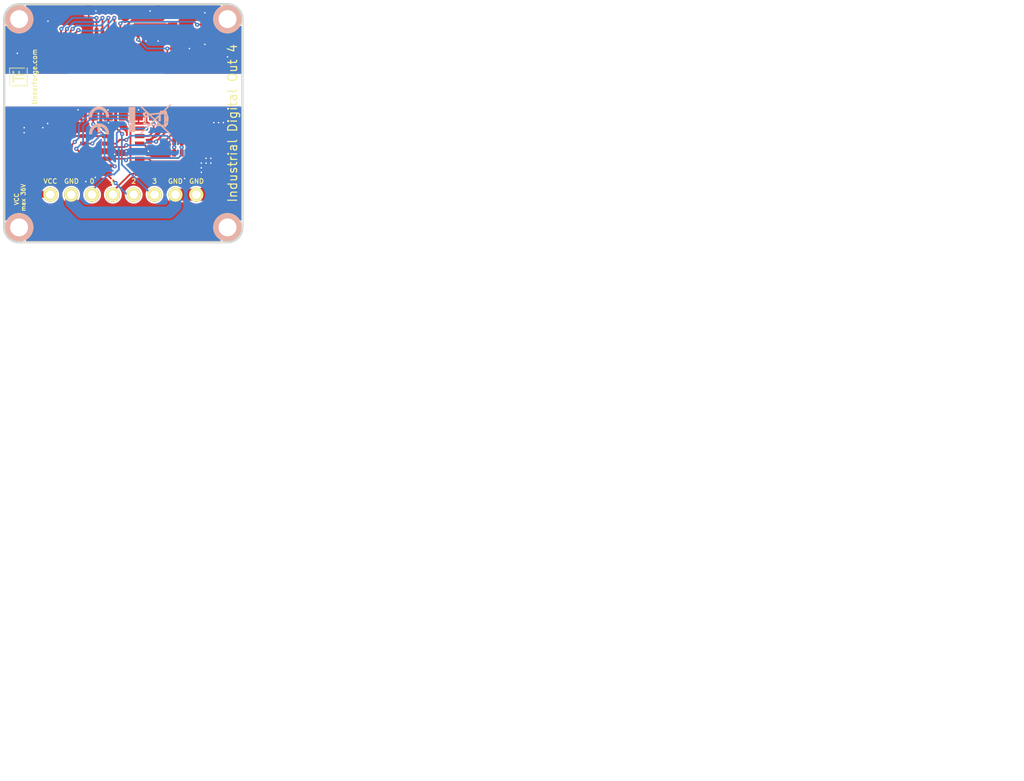
<source format=kicad_pcb>
(kicad_pcb (version 20221018) (generator pcbnew)
  (title_block (date "14 jan 2013"))
  (layers (0 "F.Cu" signal "Front") (31 "B.Cu" signal "Back") (34 "B.Paste" user) (35 "F.Paste" user) (36 "B.SilkS" user "B.Silkscreen") (37 "F.SilkS" user "F.Silkscreen") (38 "B.Mask" user) (39 "F.Mask" user) (44 "Edge.Cuts" user))
  (net 0 "")
  (net 1 "3V3")
  (net 2 "AGND")
  (net 3 "GND")
  (net 4 "OUTPUT1")
  (net 5 "OUTPUT2")
  (net 6 "OUTPUT3")
  (net 7 "OUTPUT4")
  (net 8 "VPP")
  (net 9 "Net-(D1-Pad2)")
  (net 10 "Net-(P1-Pad1)")
  (net 11 "Net-(P1-Pad4)")
  (net 12 "Net-(P1-Pad5)")
  (net 13 "Net-(P1-Pad6)")
  (net 14 "Net-(P2-Pad2)")
  (net 15 "Net-(P2-Pad3)")
  (net 16 "Net-(P2-Pad4)")
  (net 17 "Net-(P2-Pad5)")
  (net 18 "Net-(P2-Pad6)")
  (net 19 "Net-(RP1-Pad5)")
  (net 20 "Net-(RP1-Pad6)")
  (net 21 "Net-(RP1-Pad7)")
  (net 22 "Net-(RP1-Pad8)")
  (net 23 "Net-(RP2-Pad1)")
  (net 24 "Net-(RP2-Pad2)")
  (net 25 "Net-(RP2-Pad3)")
  (net 26 "Net-(RP2-Pad4)")
  (net 27 "Net-(RP3-Pad1)")
  (net 28 "Net-(RP3-Pad2)")
  (net 29 "Net-(RP3-Pad3)")
  (net 30 "Net-(RP3-Pad4)")
  (net 31 "Net-(U1-Pad7)")
  (footprint "kicad-libraries:SOIC8" (layer "F.Cu") (at 128.80086 42.1005 90)
    (fp_text reference "U1")
    (fp_text value "M24C64")
  )
  (footprint "kicad-libraries:OQ_8P" (layer "F.Cu") (at 117.80012 70.05066)
    (fp_text reference "P2")
    (fp_text value "Digital Output")
  )
  (footprint "kicad-libraries:OPTO-SMD16" (layer "F.Cu") (at 114.00028 52.44846 180)
    (fp_text reference "U2")
    (fp_text value "LTV846S")
  )
  (footprint "kicad-libraries:SOP14" (layer "F.Cu") (at 117.80012 62.74816 -90)
    (fp_text reference "U3")
    (fp_text value "OPA4171AIDR")
  )
  (footprint "kicad-libraries:DRILL_NP" (layer "F.Cu") (at 135.30072 40.5511)
    (fp_text reference "U4" hide)
    (fp_text value "DRILL" hide)
  )
  (footprint "kicad-libraries:DRILL_NP" (layer "F.Cu") (at 135.30072 75.54976)
    (fp_text reference "U5" hide)
    (fp_text value "DRILL" hide)
  )
  (footprint "kicad-libraries:DRILL_NP" (layer "F.Cu") (at 100.29952 75.54976)
    (fp_text reference "U6" hide)
    (fp_text value "DRILL" hide)
  )
  (footprint "kicad-libraries:CON-SENSOR" (layer "F.Cu") (at 117.80012 38.0492 180)
    (fp_text reference "P1")
    (fp_text value "CON-SENSOR")
  )
  (footprint "kicad-libraries:0603X4" (layer "F.Cu") (at 108.54944 44.15028)
    (fp_text reference "RP1")
    (fp_text value "1k")
  )
  (footprint "kicad-libraries:MiniMelf" (layer "F.Cu") (at 133.79958 60.84824 90)
    (fp_text reference "D1")
    (fp_text value "Z12V")
  )
  (footprint "kicad-libraries:ELKO_83" (layer "F.Cu") (at 102.69982 62.29858 -90)
    (fp_text reference "C3")
    (fp_text value "68µF/50V")
  )
  (footprint "kicad-libraries:DRILL_NP" (layer "F.Cu") (at 100.29952 40.54856)
    (fp_text reference "U7" hide)
    (fp_text value "DRILL" hide)
  )
  (footprint "kicad-libraries:1206X4" (layer "F.Cu") (at 109.5502 62.09792 90)
    (fp_text reference "RP2")
    (fp_text value "12k")
  )
  (footprint "kicad-libraries:1206X4" (layer "F.Cu") (at 128.24968 59.5503)
    (fp_text reference "RP3")
    (fp_text value "10k")
  )
  (footprint "kicad-libraries:1206X4" (layer "F.Cu") (at 128.24968 64.64808)
    (fp_text reference "RP4")
    (fp_text value "10k")
  )
  (footprint "kicad-libraries:SOT23GDS" (layer "F.Cu") (at 133.4008 66.74866)
    (fp_text reference "Q1")
    (fp_text value "FDN5630")
  )
  (footprint "kicad-libraries:Fiducial_Mark" (layer "F.Cu") (at 99.3013 68.04914)
    (fp_text reference "Fiducial_Mark" hide)
    (fp_text value "VAL**" hide)
  )
  (footprint "kicad-libraries:Fiducial_Mark" (layer "F.Cu") (at 133.79958 44.04868)
    (fp_text reference "Fiducial_Mark" hide)
    (fp_text value "VAL**" hide)
  )
  (footprint "kicad-libraries:Logo_31x31" (layer "F.Cu") (at 98.60026 51.84902 90)
    (fp_text reference "G***" hide)
    (fp_text value "Logo_31x31" hide)
  )
  (footprint "kicad-libraries:C0603" (layer "F.Cu") (at 126.90094 45.49902)
    (fp_text reference "C1")
    (fp_text value "100nF")
  )
  (footprint "kicad-libraries:C0805" (layer "F.Cu") (at 113.05032 65.19926 -90)
    (fp_text reference "C2")
    (fp_text value "100nF")
  )
  (footprint "kicad-libraries:R0603" (layer "F.Cu") (at 131.89966 61.74994 -90)
    (fp_text reference "R1")
    (fp_text value "100k")
  )
  (footprint "kicad-libraries:WEEE_7mm" (layer "B.Cu") (at 122.275 57.425 90)
    (fp_text reference "VAL" hide)
    (fp_text value "WEEE_7mm" hide)
  )
  (footprint "kicad-libraries:CE_5mm" (layer "B.Cu") (at 113.725 57.625 -90)
    (fp_text reference "VAL" hide)
    (fp_text value "CE_5mm" hide)
  )
  (gr_arc (start 97.80016 40.5511) (mid 98.532206 38.783786) (end 100.29952 38.05174) (stroke (width 0.381)) (layer "Edge.Cuts"))
  (gr_arc (start 100.29952 78.04912) (mid 98.532206 77.317074) (end 97.80016 75.54976) (stroke (width 0.381)) (layer "Edge.Cuts"))
  (gr_line (start 97.80016 40.5511) (end 97.80016 75.54976) (stroke (width 0.381)) (layer "Edge.Cuts"))
  (gr_line (start 135.30072 38.0492) (end 100.29952 38.0492) (stroke (width 0.381)) (layer "Edge.Cuts"))
  (gr_arc (start 135.29818 38.0492) (mid 137.06729 38.78199) (end 137.80008 40.5511) (stroke (width 0.381)) (layer "Edge.Cuts"))
  (gr_arc (start 137.80008 75.54976) (mid 137.06729 77.31887) (end 135.29818 78.05166) (stroke (width 0.381)) (layer "Edge.Cuts"))
  (gr_line (start 100.29952 78.04912) (end 135.30072 78.04912) (stroke (width 0.381)) (layer "Edge.Cuts"))
  (gr_line (start 137.80262 75.54976) (end 137.80262 40.5511) (stroke (width 0.381)) (layer "Edge.Cuts"))
  (gr_text "3" (at 123.0503 67.80022) (layer "F.SilkS") (effects (font (size 0.8001 0.8001) (thickness 0.14986))))
  (gr_text "GND" (at 109.10062 67.80022) (layer "F.SilkS") (effects (font (size 0.8001 0.8001) (thickness 0.14986))))
  (gr_text "2" (at 119.55018 67.80022) (layer "F.SilkS") (effects (font (size 0.8001 0.8001) (thickness 0.14986))))
  (gr_text "VCC" (at 105.5497 67.80022) (layer "F.SilkS") (effects (font (size 0.8001 0.8001) (thickness 0.14986))))
  (gr_text "0" (at 112.54994 67.80022) (layer "F.SilkS") (effects (font (size 0.8001 0.8001) (thickness 0.14986))))
  (gr_text "1" (at 115.951 67.80022) (layer "F.SilkS") (effects (font (size 0.8001 0.8001) (thickness 0.14986))))
  (gr_text "Industrial Digital Out 4" (at 136.14908 58.04916 90) (layer "F.SilkS") (effects (font (size 1.50114 1.50114) (thickness 0.20066))))
  (gr_text "GND" (at 130.10134 67.80022) (layer "F.SilkS") (effects (font (size 0.8001 0.8001) (thickness 0.14986))))
  (gr_text "VCC \nmax 36V" (at 100.44938 70.5485 90) (layer "F.SilkS") (effects (font (size 0.70104 0.70104) (thickness 0.14986))))
  (gr_text "GND" (at 126.55042 67.80022) (layer "F.SilkS") (effects (font (size 0.8001 0.8001) (thickness 0.14986))))
  (gr_text "tinkerforge.com" (at 102.90048 50.24882 90) (layer "F.SilkS") (effects (font (size 0.8001 0.8001) (thickness 0.14986))))
  (segment (start 117.80774 47.95012) (end 117.80774 48.7553) (width 0.29972) (layer "F.Cu") (net 1))
  (segment (start 112.73282 47.95012) (end 112.73282 48.7299) (width 0.29972) (layer "F.Cu") (net 1))
  (segment (start 117.80774 48.7553) (end 118.3513 49.29886) (width 0.29972) (layer "F.Cu") (net 1))
  (segment (start 125.19914 45.49902) (end 126.10084 45.49902) (width 0.29972) (layer "F.Cu") (net 1))
  (segment (start 118.3513 49.29886) (end 113.30178 49.29886) (width 0.29972) (layer "F.Cu") (net 1))
  (segment (start 113.30178 49.29886) (end 112.6998 49.29886) (width 0.29972) (layer "F.Cu") (net 1))
  (segment (start 122.88774 47.95012) (end 122.88774 48.58512) (width 0.29972) (layer "F.Cu") (net 1))
  (segment (start 112.73282 48.7299) (end 113.30178 49.29886) (width 0.29972) (layer "F.Cu") (net 1))
  (segment (start 120.29948 43.07586) (end 120.29948 44.00042) (width 0.29972) (layer "F.Cu") (net 1))
  (segment (start 122.88774 48.58512) (end 123.60148 49.29886) (width 0.29972) (layer "F.Cu") (net 1))
  (segment (start 126.10338 45.49648) (end 126.10084 45.49902) (width 0.29972) (layer "F.Cu") (net 1))
  (segment (start 125.19914 48.30064) (end 125.19914 45.49902) (width 0.29972) (layer "F.Cu") (net 1))
  (segment (start 112.6998 49.29886) (end 109.00156 49.29886) (width 0.29972) (layer "F.Cu") (net 1))
  (segment (start 126.10338 44.00296) (end 126.10338 45.49648) (width 0.29972) (layer "F.Cu") (net 1))
  (segment (start 123.60148 49.29886) (end 124.20092 49.29886) (width 0.29972) (layer "F.Cu") (net 1))
  (segment (start 122.49912 49.29886) (end 118.3513 49.29886) (width 0.29972) (layer "F.Cu") (net 1))
  (segment (start 109.00156 49.29886) (end 107.65282 47.95012) (width 0.29972) (layer "F.Cu") (net 1))
  (segment (start 124.20092 49.29886) (end 125.19914 48.30064) (width 0.29972) (layer "F.Cu") (net 1))
  (segment (start 122.49912 49.29886) (end 123.60148 49.29886) (width 0.29972) (layer "F.Cu") (net 1))
  (via (at 120.29948 44.00042) (size 0.70104) (drill 0.24892) (layers "F.Cu" "B.Cu") (net 1))
  (via (at 125.19914 45.49902) (size 0.70104) (drill 0.24892) (layers "F.Cu" "B.Cu") (net 1))
  (segment (start 120.29948 44.00042) (end 121.79808 45.49902) (width 0.29972) (layer "B.Cu") (net 1))
  (segment (start 121.79808 45.49902) (end 125.19914 45.49902) (width 0.29972) (layer "B.Cu") (net 1))
  (segment (start 131.699 63.94958) (end 132.4991 63.94958) (width 1.00076) (layer "F.Cu") (net 2))
  (segment (start 120.34774 56.9468) (end 120.34774 55.80126) (width 0.29972) (layer "F.Cu") (net 2))
  (segment (start 130.8989 66.29908) (end 130.8989 65.9511) (width 0.29972) (layer "F.Cu") (net 2))
  (segment (start 105.11282 58.08726) (end 105.11282 56.9468) (width 0.29972) (layer "F.Cu") (net 2))
  (segment (start 120.34774 55.80126) (end 120.35028 55.79872) (width 0.29972) (layer "F.Cu") (net 2))
  (segment (start 132.5118 64.76238) (end 132.4991 64.74968) (width 1.00076) (layer "F.Cu") (net 2))
  (segment (start 132.4991 63.94958) (end 132.4991 64.74968) (width 1.00076) (layer "F.Cu") (net 2))
  (segment (start 130.8989 65.9511) (end 130.60426 66.24574) (width 1.00076) (layer "F.Cu") (net 2))
  (segment (start 105.10012 58.09996) (end 105.11282 58.08726) (width 0.29972) (layer "F.Cu") (net 2))
  (segment (start 128.86182 67.3481) (end 128.09982 67.3481) (width 0.29972) (layer "F.Cu") (net 2))
  (segment (start 129.3495 66.24574) (end 130.15214 66.24574) (width 0.29972) (layer "F.Cu") (net 2))
  (segment (start 133.79958 57.9501) (end 133.79958 58.99912) (width 1.00076) (layer "F.Cu") (net 2))
  (segment (start 127.59944 67.3481) (end 126.70028 67.3481) (width 0.29972) (layer "F.Cu") (net 2))
  (segment (start 115.26774 55.8165) (end 115.26774 56.9468) (width 0.29972) (layer "F.Cu") (net 2))
  (segment (start 115.30076 57.99836) (end 115.26774 57.96534) (width 0.29972) (layer "F.Cu") (net 2))
  (segment (start 116.85016 62.74816) (end 116.34978 63.24854) (width 0.29972) (layer "F.Cu") (net 2))
  (segment (start 133.79958 57.9501) (end 134.59968 57.9501) (width 1.00076) (layer "F.Cu") (net 2))
  (segment (start 126.70028 67.3481) (end 126.34722 66.99504) (width 0.29972) (layer "F.Cu") (net 2))
  (segment (start 127.61722 66.24574) (end 128.88214 66.24574) (width 0.29972) (layer "F.Cu") (net 2))
  (segment (start 128.88214 67.36842) (end 128.86182 67.3481) (width 0.29972) (layer "F.Cu") (net 2))
  (segment (start 129.88036 67.36842) (end 130.15214 67.09664) (width 0.29972) (layer "F.Cu") (net 2))
  (segment (start 101.15042 59.64936) (end 101.15042 58.79846) (width 0.29972) (layer "F.Cu") (net 2))
  (segment (start 131.699 64.74968) (end 131.699 63.94958) (width 1.00076) (layer "F.Cu") (net 2))
  (segment (start 128.88214 66.24574) (end 129.3495 66.24574) (width 0.29972) (layer "F.Cu") (net 2))
  (segment (start 113.05032 66.20002) (end 113.05032 67.09918) (width 1.00076) (layer "F.Cu") (net 2))
  (segment (start 130.8989 65.54978) (end 130.8989 64.74968) (width 1.00076) (layer "F.Cu") (net 2))
  (segment (start 115.26774 57.96534) (end 115.26774 56.9468) (width 0.29972) (layer "F.Cu") (net 2))
  (segment (start 127.61722 67.33032) (end 127.59944 67.3481) (width 0.29972) (layer "F.Cu") (net 2))
  (segment (start 101.15042 58.79846) (end 102.69982 58.79846) (width 0.29972) (layer "F.Cu") (net 2))
  (segment (start 128.88214 66.24574) (end 128.88214 67.36842) (width 0.29972) (layer "F.Cu") (net 2))
  (segment (start 126.34722 66.99504) (end 126.34722 66.24574) (width 0.29972) (layer "F.Cu") (net 2))
  (segment (start 113.05032 67.09918) (end 113.10112 67.14998) (width 1.00076) (layer "F.Cu") (net 2))
  (segment (start 132.5118 65.73266) (end 132.5118 64.76238) (width 1.00076) (layer "F.Cu") (net 2))
  (segment (start 118.3005 62.74816) (end 116.85016 62.74816) (width 0.29972) (layer "F.Cu") (net 2))
  (segment (start 102.69982 58.79846) (end 104.30002 58.79846) (width 0.29972) (layer "F.Cu") (net 2))
  (segment (start 127.61722 66.24574) (end 127.61722 67.33032) (width 0.29972) (layer "F.Cu") (net 2))
  (segment (start 110.19282 56.9468) (end 110.19282 55.80634) (width 0.29972) (layer "F.Cu") (net 2))
  (segment (start 115.24996 55.79872) (end 115.26774 55.8165) (width 0.29972) (layer "F.Cu") (net 2))
  (segment (start 128.09982 67.3481) (end 127.59944 67.3481) (width 0.29972) (layer "F.Cu") (net 2))
  (segment (start 112.19942 67.14998) (end 111.50092 67.84848) (width 1.00076) (layer "F.Cu") (net 2))
  (segment (start 130.8989 64.74968) (end 131.699 64.74968) (width 1.00076) (layer "F.Cu") (net 2))
  (segment (start 120.5484 62.74816) (end 122.00128 62.74816) (width 0.29972) (layer "F.Cu") (net 2))
  (segment (start 132.99948 57.9501) (end 133.79958 57.9501) (width 1.00076) (layer "F.Cu") (net 2))
  (segment (start 110.19282 55.80634) (end 110.20044 55.79872) (width 0.29972) (layer "F.Cu") (net 2))
  (segment (start 126.34722 66.24574) (end 127.61722 66.24574) (width 0.29972) (layer "F.Cu") (net 2))
  (segment (start 127.61722 67.33032) (end 127.59944 67.3481) (width 0.29972) (layer "F.Cu") (net 2))
  (segment (start 128.88214 67.36842) (end 129.88036 67.36842) (width 0.29972) (layer "F.Cu") (net 2))
  (segment (start 130.60426 66.24574) (end 130.15214 66.24574) (width 1.00076) (layer "F.Cu") (net 2))
  (segment (start 113.10112 67.14998) (end 112.19942 67.14998) (width 1.00076) (layer "F.Cu") (net 2))
  (segment (start 130.15214 67.09664) (end 130.15214 66.24574) (width 0.29972) (layer "F.Cu") (net 2))
  (via (at 120.35028 55.79872) (size 0.70104) (drill 0.24892) (layers "F.Cu" "B.Cu") (net 2))
  (via (at 131.699 64.74968) (size 0.70104) (drill 0.24892) (layers "F.Cu" "B.Cu") (net 2))
  (via (at 116.34978 63.24854) (size 0.70104) (drill 0.24892) (layers "F.Cu" "B.Cu") (net 2))
  (via (at 111.50092 67.84848) (size 0.70104) (drill 0.24892) (layers "F.Cu" "B.Cu") (net 2))
  (via (at 105.10012 58.09996) (size 0.70104) (drill 0.24892) (layers "F.Cu" "B.Cu") (net 2))
  (via (at 132.4991 64.74968) (size 0.70104) (drill 0.24892) (layers "F.Cu" "B.Cu") (net 2))
  (via (at 128.09982 67.3481) (size 0.70104) (drill 0.24892) (layers "F.Cu" "B.Cu") (net 2))
  (via (at 118.3005 62.74816) (size 0.70104) (drill 0.24892) (layers "F.Cu" "B.Cu") (net 2))
  (via (at 133.79958 57.9501) (size 0.70104) (drill 0.24892) (layers "F.Cu" "B.Cu") (net 2))
  (via (at 115.24996 55.79872) (size 0.70104) (drill 0.24892) (layers "F.Cu" "B.Cu") (net 2))
  (via (at 134.59968 57.9501) (size 0.70104) (drill 0.24892) (layers "F.Cu" "B.Cu") (net 2))
  (via (at 110.20044 55.79872) (size 0.70104) (drill 0.24892) (layers "F.Cu" "B.Cu") (net 2))
  (via (at 130.8989 65.54978) (size 0.70104) (drill 0.24892) (layers "F.Cu" "B.Cu") (net 2))
  (via (at 130.8989 64.74968) (size 0.70104) (drill 0.24892) (layers "F.Cu" "B.Cu") (net 2))
  (via (at 113.10112 67.14998) (size 0.70104) (drill 0.24892) (layers "F.Cu" "B.Cu") (net 2))
  (via (at 130.8989 66.29908) (size 0.70104) (drill 0.24892) (layers "F.Cu" "B.Cu") (net 2))
  (via (at 101.15042 59.64936) (size 0.70104) (drill 0.24892) (layers "F.Cu" "B.Cu") (net 2))
  (via (at 132.4991 63.94958) (size 0.70104) (drill 0.24892) (layers "F.Cu" "B.Cu") (net 2))
  (via (at 104.30002 58.79846) (size 0.70104) (drill 0.24892) (layers "F.Cu" "B.Cu") (net 2))
  (via (at 101.15042 58.79846) (size 0.70104) (drill 0.24892) (layers "F.Cu" "B.Cu") (net 2))
  (via (at 132.99948 57.9501) (size 0.70104) (drill 0.24892) (layers "F.Cu" "B.Cu") (net 2))
  (via (at 115.30076 57.99836) (size 0.70104) (drill 0.24892) (layers "F.Cu" "B.Cu") (net 2))
  (via (at 122.00128 62.74816) (size 0.70104) (drill 0.24892) (layers "F.Cu" "B.Cu") (net 2))
  (via (at 131.699 63.94958) (size 0.70104) (drill 0.24892) (layers "F.Cu" "B.Cu") (net 2))
  (segment (start 115.80114 58.49874) (end 115.30076 57.99836) (width 0.29972) (layer "B.Cu") (net 2))
  (segment (start 120.35028 55.79872) (end 115.24996 55.79872) (width 0.29972) (layer "B.Cu") (net 2))
  (segment (start 130.8989 65.54978) (end 130.8989 66.29908) (width 0.29972) (layer "B.Cu") (net 2))
  (segment (start 133.79958 62.6491) (end 132.4991 63.94958) (width 1.00076) (layer "B.Cu") (net 2))
  (segment (start 116.34978 63.24854) (end 115.80114 62.6999) (width 0.29972) (layer "B.Cu") (net 2))
  (segment (start 110.20044 55.79872) (end 107.8992 58.09996) (width 0.29972) (layer "B.Cu") (net 2))
  (segment (start 120.35028 55.79872) (end 131.6482 55.79872) (width 1.00076) (layer "B.Cu") (net 2))
  (segment (start 110.20044 55.79872) (end 115.24996 55.79872) (width 0.29972) (layer "B.Cu") (net 2))
  (segment (start 104.30002 58.79846) (end 104.99852 58.09996) (width 0.29972) (layer "B.Cu") (net 2))
  (segment (start 133.79958 57.9501) (end 133.79958 62.6491) (width 1.00076) (layer "B.Cu") (net 2))
  (segment (start 111.50092 67.84848) (end 106.90098 67.84848) (width 0.29972) (layer "B.Cu") (net 2))
  (segment (start 106.90098 67.84848) (end 104.30002 65.24752) (width 0.29972) (layer "B.Cu") (net 2))
  (segment (start 104.30002 65.24752) (end 104.30002 58.79846) (width 0.29972) (layer "B.Cu") (net 2))
  (segment (start 118.3005 62.74816) (end 122.00128 62.74816) (width 0.29972) (layer "B.Cu") (net 2))
  (segment (start 131.6482 55.79872) (end 133.79958 57.9501) (width 1.00076) (layer "B.Cu") (net 2))
  (segment (start 115.80114 62.6999) (end 115.80114 58.49874) (width 0.29972) (layer "B.Cu") (net 2))
  (segment (start 104.99852 58.09996) (end 105.10012 58.09996) (width 0.29972) (layer "B.Cu") (net 2))
  (segment (start 107.8992 58.09996) (end 105.10012 58.09996) (width 0.29972) (layer "B.Cu") (net 2))
  (segment (start 112.0013 38.94836) (end 107.10164 38.94836) (width 0.29972) (layer "F.Cu") (net 3))
  (segment (start 121.30024 43.94962) (end 121.59996 44.24934) (width 0.29972) (layer "F.Cu") (net 3))
  (segment (start 131.50088 44.80052) (end 131.49834 44.79798) (width 0.29972) (layer "F.Cu") (net 3))
  (segment (start 131.49834 40.19804) (end 131.89966 40.19804) (width 0.29972) (layer "F.Cu") (net 3))
  (segment (start 135.30072 46.89856) (end 133.4516 46.89856) (width 0.14986) (layer "F.Cu") (net 3))
  (segment (start 131.49834 44.79798) (end 131.49834 44.00296) (width 0.29972) (layer "F.Cu") (net 3))
  (segment (start 131.49834 44.00296) (end 131.49834 42.73296) (width 0.29972) (layer "F.Cu") (net 3))
  (segment (start 131.49834 39.50208) (end 131.49834 40.19804) (width 0.29972) (layer "F.Cu") (net 3))
  (segment (start 105.15092 40.89908) (end 105.15092 41.148) (width 0.29972) (layer "F.Cu") (net 3))
  (segment (start 133.4516 46.89856) (end 131.50088 44.94784) (width 0.14986) (layer "F.Cu") (net 3))
  (segment (start 107.10164 38.94836) (end 105.15092 40.89908) (width 0.29972) (layer "F.Cu") (net 3))
  (segment (start 123.59894 39.19982) (end 122.301 39.19982) (width 0.29972) (layer "F.Cu") (net 3))
  (segment (start 132.6007 42.40022) (end 132.26796 42.73296) (width 0.29972) (layer "F.Cu") (net 3))
  (segment (start 112.0013 39.19982) (end 113.20018 39.19982) (width 0.29972) (layer "F.Cu") (net 3))
  (segment (start 121.30024 42.8244) (end 121.30024 43.94962) (width 0.29972) (layer "F.Cu") (net 3))
  (segment (start 128.89992 45.49902) (end 127.70104 45.49902) (width 0.29972) (layer "F.Cu") (net 3))
  (segment (start 132.26796 42.73296) (end 131.49834 42.73296) (width 0.29972) (layer "F.Cu") (net 3))
  (segment (start 132.6007 40.89908) (end 132.6007 42.40022) (width 0.29972) (layer "F.Cu") (net 3))
  (segment (start 105.15092 41.148) (end 99.9998 46.29912) (width 0.29972) (layer "F.Cu") (net 3))
  (segment (start 131.50088 39.49954) (end 131.49834 39.50208) (width 0.29972) (layer "F.Cu") (net 3))
  (segment (start 131.89966 40.19804) (end 132.6007 40.89908) (width 0.29972) (layer "F.Cu") (net 3))
  (segment (start 131.50088 44.94784) (end 131.50088 44.80052) (width 0.14986) (layer "F.Cu") (net 3))
  (via (at 135.30072 46.89856) (size 0.70104) (drill 0.24892) (layers "F.Cu" "B.Cu") (net 3))
  (via (at 113.20018 39.19982) (size 0.70104) (drill 0.24892) (layers "F.Cu" "B.Cu") (net 3))
  (via (at 128.89992 45.49902) (size 0.70104) (drill 0.24892) (layers "F.Cu" "B.Cu") (net 3))
  (via (at 131.50088 39.49954) (size 0.70104) (drill 0.24892) (layers "F.Cu" "B.Cu") (net 3))
  (via (at 99.9998 46.29912) (size 0.70104) (drill 0.24892) (layers "F.Cu" "B.Cu") (net 3))
  (via (at 123.64974 44.24934) (size 0.70104) (drill 0.24892) (layers "F.Cu" "B.Cu") (net 3))
  (via (at 105.15092 40.89908) (size 0.70104) (drill 0.24892) (layers "F.Cu" "B.Cu") (net 3))
  (via (at 121.59996 44.24934) (size 0.70104) (drill 0.24892) (layers "F.Cu" "B.Cu") (net 3))
  (via (at 122.301 39.19982) (size 0.70104) (drill 0.24892) (layers "F.Cu" "B.Cu") (net 3))
  (via (at 131.50088 44.80052) (size 0.70104) (drill 0.24892) (layers "F.Cu" "B.Cu") (net 3))
  (segment (start 130.80238 45.49902) (end 131.50088 44.80052) (width 0.29972) (layer "B.Cu") (net 3))
  (segment (start 126.49962 45.49902) (end 128.89992 45.49902) (width 0.29972) (layer "B.Cu") (net 3))
  (segment (start 113.20018 39.19982) (end 122.301 39.19982) (width 0.29972) (layer "B.Cu") (net 3))
  (segment (start 122.301 39.19982) (end 122.60072 39.49954) (width 0.29972) (layer "B.Cu") (net 3))
  (segment (start 128.89992 45.49902) (end 130.80238 45.49902) (width 0.29972) (layer "B.Cu") (net 3))
  (segment (start 121.59996 44.24934) (end 123.64974 44.24934) (width 0.29972) (layer "B.Cu") (net 3))
  (segment (start 125.24994 44.24934) (end 126.49962 45.49902) (width 0.29972) (layer "B.Cu") (net 3))
  (segment (start 123.64974 44.24934) (end 125.24994 44.24934) (width 0.29972) (layer "B.Cu") (net 3))
  (segment (start 122.60072 39.49954) (end 131.50088 39.49954) (width 0.29972) (layer "B.Cu") (net 3))
  (segment (start 109.74832 42.90314) (end 109.74832 43.29938) (width 0.29972) (layer "F.Cu") (net 4))
  (segment (start 116.29898 42.8244) (end 116.29898 40.3479) (width 0.29972) (layer "F.Cu") (net 4))
  (segment (start 110.25124 42.40022) (end 109.74832 42.90314) (width 0.29972) (layer "F.Cu") (net 4))
  (via (at 116.29898 40.3479) (size 0.70104) (drill 0.24892) (layers "F.Cu" "B.Cu") (net 4))
  (via (at 110.25124 42.40022) (size 0.70104) (drill 0.24892) (layers "F.Cu" "B.Cu") (net 4))
  (segment (start 110.3503 42.49928) (end 110.25124 42.40022) (width 0.29972) (layer "B.Cu") (net 4))
  (segment (start 114.1476 42.49928) (end 110.3503 42.49928) (width 0.29972) (layer "B.Cu") (net 4))
  (segment (start 116.29898 40.3479) (end 114.1476 42.49928) (width 0.29972) (layer "B.Cu") (net 4))
  (segment (start 115.30076 42.8244) (end 115.30076 40.3479) (width 0.29972) (layer "F.Cu") (net 5))
  (segment (start 109.30128 42.19956) (end 108.94822 42.55262) (width 0.29972) (layer "F.Cu") (net 5))
  (segment (start 108.94822 42.55262) (end 108.94822 43.29938) (width 0.29972) (layer "F.Cu") (net 5))
  (via (at 109.30128 42.19956) (size 0.70104) (drill 0.24892) (layers "F.Cu" "B.Cu") (net 5))
  (via (at 115.30076 40.3479) (size 0.70104) (drill 0.24892) (layers "F.Cu" "B.Cu") (net 5))
  (segment (start 109.85246 41.64838) (end 109.30128 42.19956) (width 0.29972) (layer "B.Cu") (net 5))
  (segment (start 115.30076 40.3479) (end 114.00028 41.64838) (width 0.29972) (layer "B.Cu") (net 5))
  (segment (start 114.00028 41.64838) (end 109.85246 41.64838) (width 0.29972) (layer "B.Cu") (net 5))
  (segment (start 108.15066 42.40022) (end 108.15066 43.29938) (width 0.29972) (layer "F.Cu") (net 6))
  (segment (start 114.3 42.8244) (end 114.3 40.3479) (width 0.29972) (layer "F.Cu") (net 6))
  (segment (start 108.35132 42.19956) (end 108.15066 42.40022) (width 0.29972) (layer "F.Cu") (net 6))
  (via (at 108.35132 42.19956) (size 0.70104) (drill 0.24892) (layers "F.Cu" "B.Cu") (net 6))
  (via (at 114.3 40.3479) (size 0.70104) (drill 0.24892) (layers "F.Cu" "B.Cu") (net 6))
  (segment (start 109.50194 41.04894) (end 108.35132 42.19956) (width 0.29972) (layer "B.Cu") (net 6))
  (segment (start 113.59896 41.04894) (end 109.50194 41.04894) (width 0.29972) (layer "B.Cu") (net 6))
  (segment (start 114.3 40.3479) (end 113.59896 41.04894) (width 0.29972) (layer "B.Cu") (net 6))
  (segment (start 113.29924 40.3479) (end 113.29924 42.8244) (width 0.29972) (layer "F.Cu") (net 7))
  (segment (start 107.35056 42.25036) (end 107.40136 42.19956) (width 0.29972) (layer "F.Cu") (net 7))
  (segment (start 107.35056 43.29938) (end 107.35056 42.25036) (width 0.29972) (layer "F.Cu") (net 7))
  (via (at 107.40136 42.19956) (size 0.70104) (drill 0.24892) (layers "F.Cu" "B.Cu") (net 7))
  (via (at 113.29924 40.3479) (size 0.70104) (drill 0.24892) (layers "F.Cu" "B.Cu") (net 7))
  (segment (start 109.25302 40.3479) (end 113.29924 40.3479) (width 0.29972) (layer "B.Cu") (net 7))
  (segment (start 107.40136 42.19956) (end 109.25302 40.3479) (width 0.29972) (layer "B.Cu") (net 7))
  (segment (start 124.80036 58.95086) (end 125.79858 57.95264) (width 0.29972) (layer "F.Cu") (net 8))
  (segment (start 113.05032 64.1985) (end 113.00206 64.1985) (width 1.00076) (layer "F.Cu") (net 8))
  (segment (start 107.95254 60.19546) (end 107.95254 61.46546) (width 0.50038) (layer "F.Cu") (net 8))
  (segment (start 129.69494 57.95264) (end 128.88214 57.95264) (width 0.29972) (layer "F.Cu") (net 8))
  (segment (start 123.29922 61.14796) (end 124.80036 59.64682) (width 0.29972) (layer "F.Cu") (net 8))
  (segment (start 125.79858 57.95264) (end 126.34722 57.95264) (width 0.29972) (layer "F.Cu") (net 8))
  (segment (start 112.0521 65.14846) (end 108.60024 65.14846) (width 1.00076) (layer "F.Cu") (net 8))
  (segment (start 124.80036 59.64682) (end 124.80036 58.95086) (width 0.29972) (layer "F.Cu") (net 8))
  (segment (start 113.05032 63.59906) (end 113.05032 64.1985) (width 1.00076) (layer "F.Cu") (net 8))
  (segment (start 115.69954 62.74816) (end 116.39804 62.04966) (width 0.29972) (layer "F.Cu") (net 8))
  (segment (start 118.29796 61.74994) (end 118.3005 61.74994) (width 0.29972) (layer "F.Cu") (net 8))
  (segment (start 107.95254 61.46546) (end 107.95254 62.73038) (width 0.50038) (layer "F.Cu") (net 8))
  (segment (start 127.40386 57.95264) (end 126.5555 57.95264) (width 0.29972) (layer "F.Cu") (net 8))
  (segment (start 126.5555 57.95264) (end 126.34722 57.95264) (width 0.29972) (layer "F.Cu") (net 8))
  (segment (start 130.90398 57.95264) (end 130.15214 57.95264) (width 0.29972) (layer "F.Cu") (net 8))
  (segment (start 113.90122 62.74816) (end 113.05032 63.59906) (width 1.00076) (layer "F.Cu") (net 8))
  (segment (start 131.89966 60.94984) (end 131.89966 58.94832) (width 0.29972) (layer "F.Cu") (net 8))
  (segment (start 130.15214 57.95264) (end 129.69494 57.95264) (width 0.29972) (layer "F.Cu") (net 8))
  (segment (start 115.05184 62.74816) (end 113.90122 62.74816) (width 1.00076) (layer "F.Cu") (net 8))
  (segment (start 105.5497 70.05066) (end 104.20096 70.05066) (width 1.00076) (layer "F.Cu") (net 8))
  (segment (start 113.00206 64.1985) (end 112.0521 65.14846) (width 1.00076) (layer "F.Cu") (net 8))
  (segment (start 131.89966 58.94832) (end 130.90398 57.95264) (width 0.29972) (layer "F.Cu") (net 8))
  (segment (start 107.95254 64.50076) (end 108.60024 65.14846) (width 0.50038) (layer "F.Cu") (net 8))
  (segment (start 107.95254 64.00038) (end 107.95254 64.50076) (width 0.50038) (layer "F.Cu") (net 8))
  (segment (start 117.99824 62.04966) (end 118.29796 61.74994) (width 0.29972) (layer "F.Cu") (net 8))
  (segment (start 107.95 65.7987) (end 102.69982 65.7987) (width 1.00076) (layer "F.Cu") (net 8))
  (segment (start 127.61722 57.95264) (end 127.40386 57.95264) (width 0.29972) (layer "F.Cu") (net 8))
  (segment (start 128.88214 57.95264) (end 127.61722 57.95264) (width 0.29972) (layer "F.Cu") (net 8))
  (segment (start 104.20096 70.05066) (end 102.69982 68.54952) (width 1.00076) (layer "F.Cu") (net 8))
  (segment (start 108.60024 65.14846) (end 107.95 65.7987) (width 1.00076) (layer "F.Cu") (net 8))
  (segment (start 107.95254 62.73038) (end 107.95254 64.00038) (width 0.50038) (layer "F.Cu") (net 8))
  (segment (start 116.39804 62.04966) (end 117.99824 62.04966) (width 0.29972) (layer "F.Cu") (net 8))
  (segment (start 115.05184 62.74816) (end 115.69954 62.74816) (width 0.29972) (layer "F.Cu") (net 8))
  (segment (start 102.69982 68.54952) (end 102.69982 65.7987) (width 1.00076) (layer "F.Cu") (net 8))
  (via (at 118.3005 61.74994) (size 0.70104) (drill 0.24892) (layers "F.Cu" "B.Cu") (net 8))
  (via (at 123.29922 61.14796) (size 0.70104) (drill 0.24892) (layers "F.Cu" "B.Cu") (net 8))
  (segment (start 121.80316 61.14796) (end 123.29922 61.14796) (width 0.29972) (layer "B.Cu") (net 8))
  (segment (start 118.3005 61.74994) (end 121.20118 61.74994) (width 0.29972) (layer "B.Cu") (net 8))
  (segment (start 121.20118 61.74994) (end 121.80316 61.14796) (width 0.29972) (layer "B.Cu") (net 8))
  (segment (start 134.2898 65.73266) (end 134.2898 63.18758) (width 0.29972) (layer "F.Cu") (net 9))
  (segment (start 134.2898 63.18758) (end 133.79958 62.69736) (width 0.29972) (layer "F.Cu") (net 9))
  (segment (start 132.04698 62.69736) (end 131.89966 62.55004) (width 0.29972) (layer "F.Cu") (net 9))
  (segment (start 133.79958 62.69736) (end 132.04698 62.69736) (width 0.29972) (layer "F.Cu") (net 9))
  (segment (start 119.70004 41.39946) (end 124.79782 41.39946) (width 0.29972) (layer "F.Cu") (net 11))
  (segment (start 119.30126 41.79824) (end 119.70004 41.39946) (width 0.29972) (layer "F.Cu") (net 11))
  (segment (start 124.8664 41.46804) (end 126.10338 41.46804) (width 0.29972) (layer "F.Cu") (net 11))
  (segment (start 119.30126 43.07586) (end 119.30126 41.79824) (width 0.29972) (layer "F.Cu") (net 11))
  (segment (start 124.79782 41.39946) (end 124.8664 41.46804) (width 0.29972) (layer "F.Cu") (net 11))
  (segment (start 126.10338 40.19804) (end 124.90196 40.19804) (width 0.29972) (layer "F.Cu") (net 12))
  (segment (start 124.90196 40.19804) (end 124.39904 40.70096) (width 0.29972) (layer "F.Cu") (net 12))
  (segment (start 118.3005 41.69918) (end 118.3005 43.07586) (width 0.29972) (layer "F.Cu") (net 12))
  (segment (start 119.29872 40.70096) (end 118.3005 41.69918) (width 0.29972) (layer "F.Cu") (net 12))
  (segment (start 124.39904 40.70096) (end 119.29872 40.70096) (width 0.29972) (layer "F.Cu") (net 12))
  (segment (start 130.2004 41.50106) (end 130.23342 41.46804) (width 0.29972) (layer "F.Cu") (net 13))
  (segment (start 117.29974 43.07586) (end 117.29974 41.3004) (width 0.29972) (layer "F.Cu") (net 13))
  (segment (start 130.23342 41.46804) (end 131.49834 41.46804) (width 0.29972) (layer "F.Cu") (net 13))
  (via (at 130.2004 41.50106) (size 0.70104) (drill 0.24892) (layers "F.Cu" "B.Cu") (net 13))
  (via (at 117.29974 41.3004) (size 0.70104) (drill 0.24892) (layers "F.Cu" "B.Cu") (net 13))
  (segment (start 129.70002 41.00068) (end 130.2004 41.50106) (width 0.29972) (layer "B.Cu") (net 13))
  (segment (start 117.29974 41.3004) (end 117.59946 41.00068) (width 0.29972) (layer "B.Cu") (net 13))
  (segment (start 117.59946 41.00068) (end 129.70002 41.00068) (width 0.29972) (layer "B.Cu") (net 13))
  (segment (start 131.1148 70.05066) (end 133.4008 67.76466) (width 1.99898) (layer "F.Cu") (net 14))
  (segment (start 126.55042 70.05066) (end 130.05054 70.05066) (width 1.99898) (layer "F.Cu") (net 14))
  (segment (start 130.05054 70.05066) (end 131.1148 70.05066) (width 1.99898) (layer "F.Cu") (net 14))
  (segment (start 109.04982 71.2978) (end 110.79988 73.04786) (width 1.99898) (layer "B.Cu") (net 14))
  (segment (start 110.79988 73.04786) (end 125.5014 73.04786) (width 1.99898) (layer "B.Cu") (net 14))
  (segment (start 109.04982 70.05066) (end 109.04982 71.2978) (width 1.99898) (layer "B.Cu") (net 14))
  (segment (start 125.5014 73.04786) (end 126.55042 71.99884) (width 1.99898) (layer "B.Cu") (net 14))
  (segment (start 126.55042 71.99884) (end 126.55042 70.05066) (width 1.99898) (layer "B.Cu") (net 14))
  (segment (start 121.65076 58.94832) (end 121.64314 58.9407) (width 0.29972) (layer "F.Cu") (net 15))
  (segment (start 121.64314 58.9407) (end 120.5484 58.9407) (width 0.29972) (layer "F.Cu") (net 15))
  (via (at 121.65076 58.94832) (size 0.70104) (drill 0.24892) (layers "F.Cu" "B.Cu") (net 15))
  (segment (start 117.05082 62.25032) (end 116.7003 61.8998) (width 0.29972) (layer "B.Cu") (net 15))
  (segment (start 115.24742 66.6496) (end 116.24818 66.6496) (width 0.29972) (layer "B.Cu") (net 15))
  (segment (start 117.05082 65.84696) (end 117.05082 62.25032) (width 0.29972) (layer "B.Cu") (net 15))
  (segment (start 116.24818 66.6496) (end 117.05082 65.84696) (width 0.29972) (layer "B.Cu") (net 15))
  (segment (start 112.54994 70.05066) (end 112.54994 69.34708) (width 0.29972) (layer "B.Cu") (net 15))
  (segment (start 116.7003 59.69762) (end 117.4496 58.94832) (width 0.29972) (layer "B.Cu") (net 15))
  (segment (start 117.4496 58.94832) (end 121.65076 58.94832) (width 0.29972) (layer "B.Cu") (net 15))
  (segment (start 112.54994 69.34708) (end 115.24742 66.6496) (width 0.29972) (layer "B.Cu") (net 15))
  (segment (start 116.7003 61.8998) (end 116.7003 59.69762) (width 0.29972) (layer "B.Cu") (net 15))
  (segment (start 116.05006 69.49948) (end 116.05006 70.05066) (width 0.29972) (layer "F.Cu") (net 16))
  (segment (start 118.99392 66.55562) (end 116.05006 69.49948) (width 0.29972) (layer "F.Cu") (net 16))
  (segment (start 120.5484 66.55562) (end 118.99392 66.55562) (width 0.29972) (layer "F.Cu") (net 16))
  (segment (start 115.05184 66.65214) (end 115.05184 66.55562) (width 0.29972) (layer "F.Cu") (net 17))
  (segment (start 116.49964 68.09994) (end 115.05184 66.65214) (width 0.29972) (layer "F.Cu") (net 17))
  (via (at 116.49964 68.09994) (size 0.70104) (drill 0.24892) (layers "F.Cu" "B.Cu") (net 17))
  (segment (start 118.45036 70.05066) (end 116.49964 68.09994) (width 0.29972) (layer "B.Cu") (net 17))
  (segment (start 119.55018 70.05066) (end 118.45036 70.05066) (width 0.29972) (layer "B.Cu") (net 17))
  (segment (start 117.59946 59.85002) (end 116.69014 58.9407) (width 0.29972) (layer "F.Cu") (net 18))
  (segment (start 116.69014 58.9407) (end 115.05184 58.9407) (width 0.29972) (layer "F.Cu") (net 18))
  (via (at 117.59946 59.85002) (size 0.70104) (drill 0.24892) (layers "F.Cu" "B.Cu") (net 18))
  (segment (start 117.5512 61.45022) (end 117.5512 61.0997) (width 0.29972) (layer "B.Cu") (net 18))
  (segment (start 117.5512 65.00114) (end 117.5512 61.45022) (width 0.29972) (layer "B.Cu") (net 18))
  (segment (start 122.60072 70.05066) (end 117.5512 65.00114) (width 0.29972) (layer "B.Cu") (net 18))
  (segment (start 117.5512 61.0997) (end 117.5512 59.89828) (width 0.29972) (layer "B.Cu") (net 18))
  (segment (start 117.5512 59.89828) (end 117.59946 59.85002) (width 0.29972) (layer "B.Cu") (net 18))
  (segment (start 123.0503 70.05066) (end 122.60072 70.05066) (width 0.29972) (layer "B.Cu") (net 18))
  (segment (start 107.35056 45.00118) (end 107.35056 45.71238) (width 0.29972) (layer "F.Cu") (net 19))
  (segment (start 107.35056 45.71238) (end 105.11282 47.95012) (width 0.29972) (layer "F.Cu") (net 19))
  (segment (start 108.15066 46.29912) (end 108.15066 45.00118) (width 0.29972) (layer "F.Cu") (net 20))
  (segment (start 110.19282 47.95012) (end 109.80166 47.95012) (width 0.29972) (layer "F.Cu") (net 20))
  (segment (start 109.80166 47.95012) (end 108.15066 46.29912) (width 0.29972) (layer "F.Cu") (net 20))
  (segment (start 108.94822 45.00118) (end 108.94822 45.847) (width 0.29972) (layer "F.Cu") (net 21))
  (segment (start 108.94822 45.847) (end 109.45114 46.34992) (width 0.29972) (layer "F.Cu") (net 21))
  (segment (start 113.66754 46.34992) (end 115.26774 47.95012) (width 0.29972) (layer "F.Cu") (net 21))
  (segment (start 109.45114 46.34992) (end 113.66754 46.34992) (width 0.29972) (layer "F.Cu") (net 21))
  (segment (start 117.3988 45.00118) (end 120.34774 47.95012) (width 0.29972) (layer "F.Cu") (net 22))
  (segment (start 109.74832 45.00118) (end 117.3988 45.00118) (width 0.29972) (layer "F.Cu") (net 22))
  (segment (start 109.15142 61.6966) (end 109.64926 61.19876) (width 0.29972) (layer "F.Cu") (net 23))
  (segment (start 122.88774 59.4106) (end 122.88774 58.19902) (width 0.29972) (layer "F.Cu") (net 23))
  (segment (start 122.90044 58.19902) (end 122.88774 58.19902) (width 0.29972) (layer "F.Cu") (net 23))
  (segment (start 122.88774 58.19902) (end 122.88774 56.9468) (width 0.29972) (layer "F.Cu") (net 23))
  (segment (start 109.95152 64.00038) (end 109.15142 63.20028) (width 0.29972) (layer "F.Cu") (net 23))
  (segment (start 111.14786 64.00038) (end 109.95152 64.00038) (width 0.29972) (layer "F.Cu") (net 23))
  (segment (start 122.88774 58.19902) (end 122.90044 58.19902) (width 0.29972) (layer "F.Cu") (net 23))
  (segment (start 122.08764 60.2107) (end 122.88774 59.4106) (width 0.29972) (layer "F.Cu") (net 23))
  (segment (start 120.5484 60.2107) (end 122.08764 60.2107) (width 0.29972) (layer "F.Cu") (net 23))
  (segment (start 109.15142 63.20028) (end 109.15142 61.6966) (width 0.29972) (layer "F.Cu") (net 23))
  (segment (start 122.90044 58.19902) (end 122.88774 58.19902) (width 0.29972) (layer "F.Cu") (net 23))
  (via (at 122.90044 58.19902) (size 0.70104) (drill 0.24892) (layers "F.Cu" "B.Cu") (net 23))
  (via (at 109.64926 61.19876) (size 0.70104) (drill 0.24892) (layers "F.Cu" "B.Cu") (net 23))
  (segment (start 114.59972 56.74868) (end 111.80064 56.74868) (width 0.29972) (layer "B.Cu") (net 23))
  (segment (start 109.64926 61.19876) (end 110.3503 60.49772) (width 0.29972) (layer "B.Cu") (net 23))
  (segment (start 111.80064 56.74868) (end 110.3503 58.19902) (width 0.29972) (layer "B.Cu") (net 23))
  (segment (start 122.90044 57.64784) (end 122.90044 58.19902) (width 0.29972) (layer "B.Cu") (net 23))
  (segment (start 122.00128 56.74868) (end 122.90044 57.64784) (width 0.29972) (layer "B.Cu") (net 23))
  (segment (start 114.59972 56.74868) (end 122.00128 56.74868) (width 0.29972) (layer "B.Cu") (net 23))
  (segment (start 110.3503 60.49772) (end 110.3503 58.19902) (width 0.29972) (layer "B.Cu") (net 23))
  (segment (start 119.7356 65.28562) (end 118.999 64.54902) (width 0.29972) (layer "F.Cu") (net 24))
  (segment (start 111.14786 62.73038) (end 110.28172 62.73038) (width 0.29972) (layer "F.Cu") (net 24))
  (segment (start 118.999 58.13806) (end 117.80774 56.9468) (width 0.29972) (layer "F.Cu") (net 24))
  (segment (start 120.5484 65.28562) (end 119.7356 65.28562) (width 0.29972) (layer "F.Cu") (net 24))
  (segment (start 110.28172 62.73038) (end 109.90072 62.34938) (width 0.29972) (layer "F.Cu") (net 24))
  (segment (start 118.999 58.14822) (end 118.999 58.13806) (width 0.29972) (layer "F.Cu") (net 24))
  (segment (start 118.999 64.54902) (end 118.999 58.13806) (width 0.29972) (layer "F.Cu") (net 24))
  (via (at 109.90072 62.34938) (size 0.70104) (drill 0.24892) (layers "F.Cu" "B.Cu") (net 24))
  (via (at 118.999 58.14822) (size 0.70104) (drill 0.24892) (layers "F.Cu" "B.Cu") (net 24))
  (segment (start 109.90072 62.34938) (end 111.05134 61.19876) (width 0.29972) (layer "B.Cu") (net 24))
  (segment (start 112.35182 57.24906) (end 118.09984 57.24906) (width 0.29972) (layer "B.Cu") (net 24))
  (segment (start 111.05134 58.54954) (end 112.35182 57.24906) (width 0.29972) (layer "B.Cu") (net 24))
  (segment (start 111.05134 61.19876) (end 111.05134 58.54954) (width 0.29972) (layer "B.Cu") (net 24))
  (segment (start 118.09984 57.24906) (end 118.999 58.14822) (width 0.29972) (layer "B.Cu") (net 24))
  (segment (start 111.14786 61.46546) (end 112.5855 61.46546) (width 0.29972) (layer "F.Cu") (net 25))
  (segment (start 116.33708 65.28562) (end 116.34978 65.29832) (width 0.29972) (layer "F.Cu") (net 25))
  (segment (start 112.7506 58.19902) (end 112.73282 58.18124) (width 0.29972) (layer "F.Cu") (net 25))
  (segment (start 115.05184 65.28562) (end 116.33708 65.28562) (width 0.29972) (layer "F.Cu") (net 25))
  (segment (start 112.5855 61.46546) (end 112.60074 61.45022) (width 0.29972) (layer "F.Cu") (net 25))
  (segment (start 112.73282 58.18124) (end 112.73282 56.9468) (width 0.29972) (layer "F.Cu") (net 25))
  (via (at 116.34978 65.29832) (size 0.70104) (drill 0.24892) (layers "F.Cu" "B.Cu") (net 25))
  (via (at 112.60074 61.45022) (size 0.70104) (drill 0.24892) (layers "F.Cu" "B.Cu") (net 25))
  (via (at 112.7506 58.19902) (size 0.70104) (drill 0.24892) (layers "F.Cu" "B.Cu") (net 25))
  (segment (start 114.59972 60.04814) (end 114.65052 60.09894) (width 0.29972) (layer "B.Cu") (net 25))
  (segment (start 114.65052 63.59906) (end 114.65052 60.09894) (width 0.29972) (layer "B.Cu") (net 25))
  (segment (start 114.00282 60.04814) (end 114.59972 60.04814) (width 0.29972) (layer "B.Cu") (net 25))
  (segment (start 114.65052 60.09894) (end 112.7506 58.19902) (width 0.29972) (layer "B.Cu") (net 25))
  (segment (start 112.60074 61.45022) (end 114.00282 60.04814) (width 0.29972) (layer "B.Cu") (net 25))
  (segment (start 116.34978 65.29832) (end 114.65052 63.59906) (width 0.29972) (layer "B.Cu") (net 25))
  (segment (start 111.1631 60.2107) (end 111.14786 60.19546) (width 0.29972) (layer "F.Cu") (net 26))
  (segment (start 115.05184 60.2107) (end 111.1631 60.2107) (width 0.29972) (layer "F.Cu") (net 26))
  (segment (start 107.65282 58.15076) (end 107.65282 56.9468) (width 0.29972) (layer "F.Cu") (net 26))
  (segment (start 111.14786 60.19546) (end 109.69752 60.19546) (width 0.29972) (layer "F.Cu") (net 26))
  (segment (start 109.69752 60.19546) (end 107.65282 58.15076) (width 0.29972) (layer "F.Cu") (net 26))
  (segment (start 126.34976 61.1505) (end 126.34722 61.14796) (width 0.29972) (layer "F.Cu") (net 27))
  (segment (start 115.05184 61.4807) (end 116.56822 61.4807) (width 0.29972) (layer "F.Cu") (net 27))
  (segment (start 126.34976 62.09792) (end 126.34722 62.09792) (width 0.29972) (layer "F.Cu") (net 27))
  (segment (start 126.34976 62.09792) (end 126.34976 61.1505) (width 0.29972) (layer "F.Cu") (net 27))
  (segment (start 117.20068 60.84824) (end 118.3005 60.84824) (width 0.29972) (layer "F.Cu") (net 27))
  (segment (start 116.56822 61.4807) (end 117.20068 60.84824) (width 0.29972) (layer "F.Cu") (net 27))
  (segment (start 126.34976 63.04788) (end 126.34722 63.05042) (width 0.29972) (layer "F.Cu") (net 27))
  (segment (start 126.34976 62.09792) (end 126.34976 63.04788) (width 0.29972) (layer "F.Cu") (net 27))
  (segment (start 126.34722 62.09792) (end 126.34976 62.09792) (width 0.29972) (layer "F.Cu") (net 27))
  (segment (start 126.34976 62.09792) (end 126.34722 62.09792) (width 0.29972) (layer "F.Cu") (net 27))
  (via (at 118.3005 60.84824) (size 0.70104) (drill 0.24892) (layers "F.Cu" "B.Cu") (net 27))
  (via (at 126.34976 62.09792) (size 0.70104) (drill 0.24892) (layers "F.Cu" "B.Cu") (net 27))
  (segment (start 126.34976 62.09792) (end 126.34976 61.39942) (width 0.29972) (layer "B.Cu") (net 27))
  (segment (start 126.34976 61.39942) (end 125.10008 60.14974) (width 0.29972) (layer "B.Cu") (net 27))
  (segment (start 118.999 60.14974) (end 118.3005 60.84824) (width 0.29972) (layer "B.Cu") (net 27))
  (segment (start 125.10008 60.14974) (end 118.999 60.14974) (width 0.29972) (layer "B.Cu") (net 27))
  (segment (start 118.01602 64.01562) (end 118.2497 64.2493) (width 0.29972) (layer "F.Cu") (net 28))
  (segment (start 127.59944 62.09792) (end 127.59944 61.16574) (width 0.29972) (layer "F.Cu") (net 28))
  (segment (start 127.61722 62.09792) (end 127.59944 62.09792) (width 0.29972) (layer "F.Cu") (net 28))
  (segment (start 127.59944 62.09792) (end 127.61722 62.09792) (width 0.29972) (layer "F.Cu") (net 28))
  (segment (start 115.05184 64.01562) (end 118.01602 64.01562) (width 0.29972) (layer "F.Cu") (net 28))
  (segment (start 127.59944 63.03264) (end 127.61722 63.05042) (width 0.29972) (layer "F.Cu") (net 28))
  (segment (start 127.59944 62.09792) (end 127.61722 62.09792) (width 0.29972) (layer "F.Cu") (net 28))
  (segment (start 127.59944 61.16574) (end 127.61722 61.14796) (width 0.29972) (layer "F.Cu") (net 28))
  (segment (start 127.59944 62.09792) (end 127.59944 63.03264) (width 0.29972) (layer "F.Cu") (net 28))
  (via (at 118.2497 64.2493) (size 0.70104) (drill 0.24892) (layers "F.Cu" "B.Cu") (net 28))
  (via (at 127.59944 62.09792) (size 0.70104) (drill 0.24892) (layers "F.Cu" "B.Cu") (net 28))
  (segment (start 118.60022 63.89878) (end 127.0508 63.89878) (width 0.29972) (layer "B.Cu") (net 28))
  (segment (start 127.59944 63.35014) (end 127.59944 62.09792) (width 0.29972) (layer "B.Cu") (net 28))
  (segment (start 118.2497 64.2493) (end 118.60022 63.89878) (width 0.29972) (layer "B.Cu") (net 28))
  (segment (start 127.0508 63.89878) (end 127.59944 63.35014) (width 0.29972) (layer "B.Cu") (net 28))
  (segment (start 126.15164 64.44996) (end 128.39954 64.44996) (width 0.29972) (layer "F.Cu") (net 29))
  (segment (start 122.50166 64.44996) (end 122.06732 64.01562) (width 0.29972) (layer "F.Cu") (net 29))
  (segment (start 128.88214 63.05042) (end 128.88214 61.14796) (width 0.29972) (layer "F.Cu") (net 29))
  (segment (start 122.06732 64.01562) (end 120.5484 64.01562) (width 0.29972) (layer "F.Cu") (net 29))
  (segment (start 125.80112 64.44996) (end 126.15164 64.44996) (width 0.29972) (layer "F.Cu") (net 29))
  (segment (start 128.39954 64.44996) (end 128.88214 63.96736) (width 0.29972) (layer "F.Cu") (net 29))
  (segment (start 128.88214 63.96736) (end 128.88214 63.05042) (width 0.29972) (layer "F.Cu") (net 29))
  (segment (start 125.80112 64.44996) (end 122.50166 64.44996) (width 0.29972) (layer "F.Cu") (net 29))
  (segment (start 126.05004 59.79922) (end 126.29896 59.5503) (width 0.29972) (layer "F.Cu") (net 30))
  (segment (start 126.29896 59.5503) (end 129.15138 59.5503) (width 0.29972) (layer "F.Cu") (net 30))
  (segment (start 129.45364 59.5503) (end 130.15214 60.2488) (width 0.29972) (layer "F.Cu") (net 30))
  (segment (start 129.15138 59.5503) (end 129.45364 59.5503) (width 0.29972) (layer "F.Cu") (net 30))
  (segment (start 130.15214 61.14796) (end 130.15214 63.05042) (width 0.29972) (layer "F.Cu") (net 30))
  (segment (start 130.15214 60.2488) (end 130.15214 61.14796) (width 0.29972) (layer "F.Cu") (net 30))
  (segment (start 123.9012 61.94806) (end 121.59742 61.94806) (width 0.29972) (layer "F.Cu") (net 30))
  (segment (start 121.59742 61.94806) (end 121.13006 61.4807) (width 0.29972) (layer "F.Cu") (net 30))
  (segment (start 126.05004 59.79922) (end 123.9012 61.94806) (width 0.29972) (layer "F.Cu") (net 30))
  (segment (start 120.5484 61.4807) (end 121.13006 61.4807) (width 0.29972) (layer "F.Cu") (net 30))
  (zone (net 3) (net_name "GND") (layer "F.Cu") (connect_pads (clearance 0.29972)) (min_thickness 0.254) (fill yes (thermal_gap 0.24892) (thermal_bridge_width 0.25908))
    (polygon (pts (xy 137.80008 49.74844) (xy 137.80008 38.0492) (xy 97.80016 38.0492) (xy 97.80016 49.74844)))
  )
  (zone (net 2) (net_name "AGND") (layer "F.Cu") (connect_pads (clearance 0.29972)) (min_thickness 0.254) (fill yes (thermal_gap 0.24892) (thermal_bridge_width 0.25908))
    (polygon (pts (xy 137.80008 78.04912) (xy 137.80008 55.25008) (xy 97.80016 55.25008) (xy 97.80016 78.04912)))
  )
  (zone (net 3) (net_name "GND") (layer "B.Cu") (connect_pads (clearance 0.29972)) (min_thickness 0.254) (fill yes (thermal_gap 0.24892) (thermal_bridge_width 0.25908))
    (polygon (pts (xy 137.80008 49.74844) (xy 137.80008 38.0492) (xy 97.80016 38.0492) (xy 97.80016 49.74844)))
  )
  (zone (net 2) (net_name "AGND") (layer "B.Cu") (connect_pads (clearance 0.29972)) (min_thickness 0.254) (fill yes (thermal_gap 0.24892) (thermal_bridge_width 0.25908))
    (polygon (pts (xy 137.80008 78.04912) (xy 137.80008 55.25008) (xy 97.80016 55.25008) (xy 97.80016 78.04912)))
  )
)
</source>
